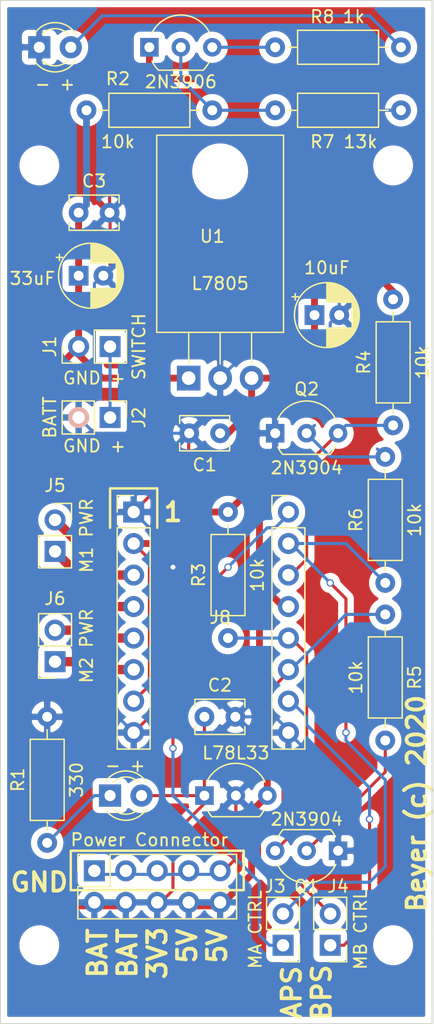
<source format=kicad_pcb>
(kicad_pcb (version 20171130) (host pcbnew "(5.1.4)-1")
  (layers (0 F.Cu signal hide) (31 B.Cu signal) (34 B.Paste user hide) (35 F.Paste user hide) (36 B.SilkS user hide) (37 F.SilkS user) (38 B.Mask user hide) (39 F.Mask user hide) (44 Edge.Cuts user hide))
  (net 0 "")
  (net 1 GND)
  (net 2 +5V)
  (net 3 +3V3)
  (net 4 "Net-(D1-Pad1)")
  (net 5 BPWM)
  (net 6 B2)
  (net 7 APWM)
  (net 8 A2)
  (net 9 B1)
  (net 10 A1)
  (net 11 "Net-(Q1-Pad2)")
  (net 12 "Net-(Q2-Pad2)")
  (net 13 +BATT)
  (net 14 "Net-(J1-Pad2)")
  (net 15 "Net-(J5-Pad2)")
  (net 16 "Net-(J5-Pad1)")
  (net 17 "Net-(J6-Pad2)")
  (net 18 "Net-(J6-Pad1)")
  (module bob:Pololu_TB6612 (layer F.Cu) (at 106.68 60.325)
    (fp_text reference J8 (at 7 8.5) (layer F.SilkS))
    (fp_text value TB6612_Motor_Driver)
    (pad 8 thru_hole oval (at 0 17.78) (size 1.7 1.7) (drill 1) (layers *.Cu *.Mask) (net 1 GND))
    (pad 7 thru_hole oval (at 0 15.24) (size 1.7 1.7) (drill 1) (layers *.Cu *.Mask) (net 2 +5V))
    (pad 6 thru_hole oval (at 0 12.7) (size 1.7 1.7) (drill 1) (layers *.Cu *.Mask) (net 18 "Net-(J6-Pad1)"))
    (pad 5 thru_hole oval (at 0 10.16) (size 1.7 1.7) (drill 1) (layers *.Cu *.Mask) (net 17 "Net-(J6-Pad2)"))
    (pad 4 thru_hole oval (at 0 7.62) (size 1.7 1.7) (drill 1) (layers *.Cu *.Mask) (net 15 "Net-(J5-Pad2)"))
    (pad 3 thru_hole oval (at 0 5.08) (size 1.7 1.7) (drill 1) (layers *.Cu *.Mask) (net 16 "Net-(J5-Pad1)"))
    (pad 2 thru_hole oval (at 0 2.54) (size 1.7 1.7) (drill 1) (layers *.Cu *.Mask) (net 2 +5V))
    (pad 1 thru_hole rect (at 0 0) (size 1.7 1.7) (drill 1) (layers *.Cu *.Mask) (net 1 GND))
    (pad 16 thru_hole circle (at 12.5 0) (size 1.7 1.7) (drill 1) (layers *.Cu *.Mask) (net 7 APWM))
    (pad 15 thru_hole oval (at 12.5 2.54) (size 1.7 1.7) (drill 1) (layers *.Cu *.Mask) (net 8 A2))
    (pad 14 thru_hole oval (at 12.5 5.08) (size 1.7 1.7) (drill 1) (layers *.Cu *.Mask) (net 10 A1))
    (pad 13 thru_hole oval (at 12.5 7.62) (size 1.7 1.7) (drill 1) (layers *.Cu *.Mask) (net 2 +5V))
    (pad 12 thru_hole oval (at 12.5 10.16) (size 1.7 1.7) (drill 1) (layers *.Cu *.Mask) (net 9 B1))
    (pad 11 thru_hole oval (at 12.5 12.7) (size 1.7 1.7) (drill 1) (layers *.Cu *.Mask) (net 6 B2))
    (pad 10 thru_hole oval (at 12.5 15.24) (size 1.7 1.7) (drill 1) (layers *.Cu *.Mask) (net 5 BPWM))
    (pad 9 thru_hole oval (at 12.5 17.78) (size 1.7 1.7) (drill 1) (layers *.Cu *.Mask) (net 1 GND))
  )
  (module Package_TO_SOT_THT:TO-220-3_Horizontal_TabDown (layer F.Cu) (at 111.125 49.53)
    (fp_text reference U1 (at 1.905 -11.43) (layer F.SilkS))
    (fp_text value L7805 (at 2.54 -7.62) (layer F.SilkS))
    (pad 3 thru_hole oval (at 5.08 0) (size 1.905 2) (drill 1.1) (layers *.Cu *.Mask) (net 2 +5V))
    (pad 2 thru_hole oval (at 2.54 0) (size 1.905 2) (drill 1.1) (layers *.Cu *.Mask) (net 1 GND))
    (pad 1 thru_hole rect (at 0 0) (size 1.905 2) (drill 1.1) (layers *.Cu *.Mask) (net 13 +BATT))
    (pad "" np_thru_hole oval (at 2.54 -16.66) (size 3.5 3.5) (drill 3.5) (layers *.Cu *.Mask))
  )
  (module "" (layer F.Cu) (at 102.87 27.94)
    (fp_text reference "" (at 107.95 22.86) (layer F.SilkS) (effects (font (size 1.27 1.27))))
    (fp_text value "" (at 107.95 22.86) (layer F.SilkS) (effects (font (size 1.27 1.27))))
  )
  (module "" (layer F.Cu) (at 96.52 27.94)
    (fp_text reference "" (at 107.95 22.86) (layer F.SilkS) (effects (font (size 1.27 1.27))))
    (fp_text value "" (at 107.95 22.86) (layer F.SilkS) (effects (font (size 1.27 1.27))))
  )
  (module Mounting_Holes:MountingHole_2.2mm_M2 (layer F.Cu) (at 127.635 32.385)
    (fp_text reference "" (at 0 -3.2) (layer F.SilkS))
    (fp_text value "")
    (pad 1 np_thru_hole circle (at 0 0) (size 2.2 2.2) (drill 2.2) (layers *.Cu *.Mask))
  )
  (module Mounting_Holes:MountingHole_2.2mm_M2 (layer F.Cu) (at 99.06 32.385)
    (fp_text reference "" (at 0 -3.2) (layer F.SilkS))
    (fp_text value "")
    (pad 1 np_thru_hole circle (at 0 0) (size 2.2 2.2) (drill 2.2) (layers *.Cu *.Mask))
  )
  (module Mounting_Holes:MountingHole_2.2mm_M2 (layer F.Cu) (at 127.635 95.25)
    (fp_text reference "" (at 0 -3.2) (layer F.SilkS))
    (fp_text value "")
    (pad 1 np_thru_hole circle (at 0 0) (size 2.2 2.2) (drill 2.2) (layers *.Cu *.Mask))
  )
  (module Mounting_Holes:MountingHole_2.2mm_M2 (layer F.Cu) (at 99.06 95.25)
    (fp_text reference "" (at 0 -3.2) (layer F.SilkS))
    (fp_text value "")
    (pad 1 np_thru_hole circle (at 0 0) (size 2.2 2.2) (drill 2.2) (layers *.Cu *.Mask))
  )
  (module Connector_PinHeader_2.54mm:PinHeader_1x02_P2.54mm_Vertical (layer F.Cu) (at 104.775 52.705 270)
    (fp_text reference J2 (at 0 -2.33 90) (layer F.SilkS))
    (fp_text value BATT (at 0 4.87 90) (layer F.SilkS))
    (fp_text user "GND +" (at 2.295 1.27) (layer F.SilkS))
    (pad 2 thru_hole oval (at 0 2.54 270) (size 1.7 1.7) (drill 1) (layers *.Cu *.Mask B.SilkS) (net 1 GND))
    (pad 1 thru_hole rect (at 0 0 270) (size 1.7 1.7) (drill 1) (layers *.Cu *.Mask) (net 14 "Net-(J1-Pad2)"))
  )
  (module Connector_PinHeader_2.54mm:PinHeader_1x02_P2.54mm_Vertical (layer F.Cu) (at 102.235 46.99 90)
    (fp_text reference J1 (at 0 -2.33 90) (layer F.SilkS))
    (fp_text value SWITCH (at 0 4.87 90) (layer F.SilkS))
    (fp_text user "GND +" (at -2.54 1.27) (layer F.SilkS))
    (pad 2 thru_hole rect (at 0 2.54 90) (size 1.7 1.7) (drill 1) (layers *.Cu *.Mask) (net 14 "Net-(J1-Pad2)"))
    (pad 1 thru_hole oval (at 0 0 90) (size 1.7 1.7) (drill 1) (layers *.Cu *.Mask) (net 13 +BATT))
  )
  (module Connector_PinSocket_2.54mm:PinSocket_2x05_P2.54mm_Vertical (layer F.Cu) (at 103.505 89.25 90)
    (fp_text reference J7 hide)
    (fp_text value "Power Connector" (at 2.5 4.445 180) (layer F.SilkS))
    (pad 10 thru_hole oval (at -2.54 10.16 90) (size 1.7 1.7) (drill 1) (layers *.Cu *.Mask) (net 1 GND))
    (pad 9 thru_hole oval (at 0 10.16 90) (size 1.7 1.7) (drill 1) (layers *.Cu *.Mask) (net 2 +5V))
    (pad 8 thru_hole oval (at -2.54 7.62 90) (size 1.7 1.7) (drill 1) (layers *.Cu *.Mask) (net 1 GND))
    (pad 7 thru_hole oval (at 0 7.62 90) (size 1.7 1.7) (drill 1) (layers *.Cu *.Mask) (net 2 +5V))
    (pad 6 thru_hole oval (at -2.54 5.08 90) (size 1.7 1.7) (drill 1) (layers *.Cu *.Mask) (net 1 GND))
    (pad 5 thru_hole oval (at 0 5.08 90) (size 1.7 1.7) (drill 1) (layers *.Cu *.Mask) (net 3 +3V3))
    (pad 4 thru_hole oval (at -2.54 2.54 90) (size 1.7 1.7) (drill 1) (layers *.Cu *.Mask) (net 1 GND))
    (pad 3 thru_hole oval (at 0 2.54 90) (size 1.7 1.7) (drill 1) (layers *.Cu *.Mask) (net 13 +BATT))
    (pad 2 thru_hole oval (at -2.54 0 90) (size 1.7 1.7) (drill 1) (layers *.Cu *.Mask) (net 1 GND))
    (pad 1 thru_hole rect (at 0 0 90) (size 1.7 1.7) (drill 1) (layers *.Cu *.Mask) (net 13 +BATT))
  )
  (module Connector_PinHeader_2.54mm:PinHeader_1x02_P2.54mm_Vertical (layer F.Cu) (at 118.745 95.25 180)
    (fp_text reference J3 (at 0.635 4.75) (layer F.SilkS))
    (fp_text value "MA CTRL" (at 2.245 1.27 270) (layer F.SilkS))
    (pad 2 thru_hole oval (at 0 2.54 180) (size 1.7 1.7) (drill 1) (layers *.Cu *.Mask) (net 8 A2))
    (pad 1 thru_hole rect (at 0 0 180) (size 1.7 1.7) (drill 1) (layers *.Cu *.Mask) (net 7 APWM))
  )
  (module Connector_PinHeader_2.54mm:PinHeader_1x02_P2.54mm_Vertical (layer F.Cu) (at 122.555 95.25 180)
    (fp_text reference J4 (at -0.635 4.75) (layer F.SilkS))
    (fp_text value "MB CTRL" (at -2.445 1.27 270) (layer F.SilkS))
    (pad 2 thru_hole oval (at 0 2.54 180) (size 1.7 1.7) (drill 1) (layers *.Cu *.Mask) (net 6 B2))
    (pad 1 thru_hole rect (at 0 0 180) (size 1.7 1.7) (drill 1) (layers *.Cu *.Mask) (net 5 BPWM))
  )
  (module Connector_PinSocket_2.54mm:PinSocket_1x02_P2.54mm_Vertical (layer F.Cu) (at 100.33 72.39 180)
    (fp_text reference J6 (at 0 5.08) (layer F.SilkS))
    (fp_text value "M2 PWR" (at -2.54 1.27 270) (layer F.SilkS))
    (pad 2 thru_hole oval (at 0 2.54 180) (size 1.7 1.7) (drill 1) (layers *.Cu *.Mask) (net 17 "Net-(J6-Pad2)"))
    (pad 1 thru_hole rect (at 0 0 180) (size 1.7 1.7) (drill 1) (layers *.Cu *.Mask) (net 18 "Net-(J6-Pad1)"))
  )
  (module Connector_PinSocket_2.54mm:PinSocket_1x02_P2.54mm_Vertical (layer F.Cu) (at 100.33 60.96)
    (fp_text reference J5 (at 0 -2.77) (layer F.SilkS))
    (fp_text value "M1 PWR" (at 2.54 1.27 90) (layer F.SilkS))
    (pad 2 thru_hole rect (at 0 2.54) (size 1.7 1.7) (drill 1) (layers *.Cu *.Mask) (net 15 "Net-(J5-Pad2)"))
    (pad 1 thru_hole oval (at 0 0) (size 1.7 1.7) (drill 1) (layers *.Cu *.Mask) (net 16 "Net-(J5-Pad1)"))
  )
  (module LED_THT:LED_D3.0mm (layer F.Cu) (at 104.775 83.185)
    (fp_text reference D1)
    (fp_text value "- +" (at 1.225 -2.435) (layer F.SilkS))
    (pad 2 thru_hole circle (at 2.54 0) (size 1.8 1.8) (drill 0.9) (layers *.Cu *.Mask) (net 3 +3V3))
    (pad 1 thru_hole rect (at 0 0) (size 1.8 1.8) (drill 0.9) (layers *.Cu *.Mask) (net 4 "Net-(D1-Pad1)"))
  )
  (module Capacitor_THT:CP_Radial_D5.0mm_P2.00mm (layer F.Cu) (at 121.285 44.45)
    (fp_text reference C4)
    (fp_text value 10uF (at 1 -3.81) (layer F.SilkS))
    (pad 2 thru_hole circle (at 2 0) (size 1.6 1.6) (drill 0.8) (layers *.Cu *.Mask) (net 1 GND))
    (pad 1 thru_hole rect (at 0 0) (size 1.6 1.6) (drill 0.8) (layers *.Cu *.Mask) (net 2 +5V))
  )
  (module Capacitor_THT:C_Disc_D3.8mm_W2.6mm_P2.50mm (layer F.Cu) (at 102.235 36.195)
    (fp_text reference C3 (at 1.25 -2.55) (layer F.SilkS))
    (fp_text value 0.1uF)
    (pad 2 thru_hole circle (at 2.5 0) (size 1.6 1.6) (drill 0.8) (layers *.Cu *.Mask) (net 1 GND))
    (pad 1 thru_hole circle (at 0 0) (size 1.6 1.6) (drill 0.8) (layers *.Cu *.Mask) (net 13 +BATT))
  )
  (module Capacitor_THT:C_Disc_D3.8mm_W2.6mm_P2.50mm (layer F.Cu) (at 112.395 76.835)
    (fp_text reference C2 (at 1.25 -2.55) (layer F.SilkS))
    (fp_text value 0.1uF)
    (pad 2 thru_hole circle (at 2.5 0) (size 1.6 1.6) (drill 0.8) (layers *.Cu *.Mask) (net 1 GND))
    (pad 1 thru_hole circle (at 0 0) (size 1.6 1.6) (drill 0.8) (layers *.Cu *.Mask) (net 3 +3V3))
  )
  (module Capacitor_THT:C_Disc_D3.8mm_W2.6mm_P2.50mm (layer F.Cu) (at 113.665 53.975 180)
    (fp_text reference C1 (at 1.25 -2.55) (layer F.SilkS))
    (fp_text value 0.1uF)
    (pad 2 thru_hole circle (at 2.5 0 180) (size 1.6 1.6) (drill 0.8) (layers *.Cu *.Mask) (net 1 GND))
    (pad 1 thru_hole circle (at 0 0 180) (size 1.6 1.6) (drill 0.8) (layers *.Cu *.Mask) (net 2 +5V))
  )
  (module Capacitor_THT:CP_Radial_D5.0mm_P2.00mm (layer F.Cu) (at 102.235 41.275)
    (fp_text reference C5)
    (fp_text value 33uF (at -3.735 0.225) (layer F.SilkS))
    (pad 2 thru_hole circle (at 2 0) (size 1.6 1.6) (drill 0.8) (layers *.Cu *.Mask) (net 1 GND))
    (pad 1 thru_hole rect (at 0 0) (size 1.6 1.6) (drill 0.8) (layers *.Cu *.Mask) (net 13 +BATT))
  )
  (module Resistor_THT:R_Axial_DIN0207_L6.3mm_D2.5mm_P10.16mm_Horizontal (layer F.Cu) (at 127 66.04 90)
    (fp_text reference R6 (at 5.08 -2.37 90) (layer F.SilkS))
    (fp_text value 10k (at 5.08 2.37 90) (layer F.SilkS))
    (pad 2 thru_hole oval (at 10.16 0 90) (size 1.6 1.6) (drill 0.8) (layers *.Cu *.Mask) (net 12 "Net-(Q2-Pad2)"))
    (pad 1 thru_hole circle (at 0 0 90) (size 1.6 1.6) (drill 0.8) (layers *.Cu *.Mask) (net 8 A2))
  )
  (module Resistor_THT:R_Axial_DIN0207_L6.3mm_D2.5mm_P10.16mm_Horizontal (layer F.Cu) (at 127 68.58 270)
    (fp_text reference R5 (at 5.08 -2.37 90) (layer F.SilkS))
    (fp_text value 10k (at 5.08 2.37 90) (layer F.SilkS))
    (pad 2 thru_hole oval (at 10.16 0 270) (size 1.6 1.6) (drill 0.8) (layers *.Cu *.Mask) (net 11 "Net-(Q1-Pad2)"))
    (pad 1 thru_hole circle (at 0 0 270) (size 1.6 1.6) (drill 0.8) (layers *.Cu *.Mask) (net 6 B2))
  )
  (module Resistor_THT:R_Axial_DIN0207_L6.3mm_D2.5mm_P10.16mm_Horizontal (layer F.Cu) (at 127.635 53.34 90)
    (fp_text reference R4 (at 5.08 -2.37 90) (layer F.SilkS))
    (fp_text value 10k (at 5.08 2.37 90) (layer F.SilkS))
    (pad 2 thru_hole oval (at 10.16 0 90) (size 1.6 1.6) (drill 0.8) (layers *.Cu *.Mask) (net 2 +5V))
    (pad 1 thru_hole circle (at 0 0 90) (size 1.6 1.6) (drill 0.8) (layers *.Cu *.Mask) (net 10 A1))
  )
  (module Resistor_THT:R_Axial_DIN0207_L6.3mm_D2.5mm_P10.16mm_Horizontal (layer F.Cu) (at 114.3 70.485 90)
    (fp_text reference R3 (at 5.08 -2.37 90) (layer F.SilkS))
    (fp_text value 10k (at 5.08 2.37 90) (layer F.SilkS))
    (pad 2 thru_hole oval (at 10.16 0 90) (size 1.6 1.6) (drill 0.8) (layers *.Cu *.Mask) (net 2 +5V))
    (pad 1 thru_hole circle (at 0 0 90) (size 1.6 1.6) (drill 0.8) (layers *.Cu *.Mask) (net 9 B1))
  )
  (module Resistor_THT:R_Axial_DIN0207_L6.3mm_D2.5mm_P10.16mm_Horizontal (layer F.Cu) (at 102.87 27.94)
    (fp_text reference R2 (at 2.54 -2.54) (layer F.SilkS))
    (fp_text value 10k (at 2.54 2.54) (layer F.SilkS))
    (pad 2 thru_hole oval (at 10.16 0) (size 1.6 1.6) (drill 0.8) (layers *.Cu *.Mask))
    (pad 1 thru_hole circle (at 0 0) (size 1.6 1.6) (drill 0.8) (layers *.Cu *.Mask))
  )
  (module Resistor_THT:R_Axial_DIN0207_L6.3mm_D2.5mm_P10.16mm_Horizontal (layer F.Cu) (at 99.695 86.995 90)
    (fp_text reference R1 (at 5.08 -2.37 90) (layer F.SilkS))
    (fp_text value 330 (at 5.08 2.37 90) (layer F.SilkS))
    (pad 2 thru_hole oval (at 10.16 0 90) (size 1.6 1.6) (drill 0.8) (layers *.Cu *.Mask) (net 1 GND))
    (pad 1 thru_hole circle (at 0 0 90) (size 1.6 1.6) (drill 0.8) (layers *.Cu *.Mask) (net 4 "Net-(D1-Pad1)"))
  )
  (module Package_TO_SOT_THT:TO-92_Inline_Wide (layer F.Cu) (at 107.95 22.86)
    (fp_text reference Q3)
    (fp_text value 2N3906 (at 2.54 2.79) (layer F.SilkS))
    (pad 1 thru_hole rect (at 0 0 90) (size 1.5 1.5) (drill 0.8) (layers *.Cu *.Mask) (net 2 +5V))
    (pad 3 thru_hole circle (at 5.08 0 90) (size 1.5 1.5) (drill 0.8) (layers *.Cu *.Mask))
    (pad 2 thru_hole circle (at 2.54 0 90) (size 1.5 1.5) (drill 0.8) (layers *.Cu *.Mask))
  )
  (module Resistor_THT:R_Axial_DIN0207_L6.3mm_D2.5mm_P10.16mm_Horizontal (layer F.Cu) (at 118.11 22.86)
    (fp_text reference R8 (at 3.81 -2.46) (layer F.SilkS))
    (fp_text value 1k (at 6.35 -2.46) (layer F.SilkS))
    (pad 2 thru_hole oval (at 10.16 0) (size 1.6 1.6) (drill 0.8) (layers *.Cu *.Mask))
    (pad 1 thru_hole circle (at 0 0) (size 1.6 1.6) (drill 0.8) (layers *.Cu *.Mask))
  )
  (module Resistor_THT:R_Axial_DIN0207_L6.3mm_D2.5mm_P10.16mm_Horizontal (layer F.Cu) (at 118.11 27.94)
    (fp_text reference R7 (at 3.81 2.54) (layer F.SilkS))
    (fp_text value 13k (at 6.89 2.54) (layer F.SilkS))
    (pad 1 thru_hole circle (at 0 0) (size 1.6 1.6) (drill 0.8) (layers *.Cu *.Mask))
    (pad 2 thru_hole oval (at 10.16 0) (size 1.6 1.6) (drill 0.8) (layers *.Cu *.Mask))
  )
  (module LED_THT:LED_D3.0mm (layer F.Cu) (at 99.06 22.86)
    (fp_text reference D2)
    (fp_text value "- +" (at 1.27 2.96) (layer F.SilkS))
    (pad 2 thru_hole circle (at 2.54 0) (size 1.8 1.8) (drill 0.9) (layers *.Cu *.Mask))
    (pad 1 thru_hole rect (at 0 0) (size 1.8 1.8) (drill 0.9) (layers *.Cu *.Mask) (net 1 GND))
  )
  (module Package_TO_SOT_THT:TO-92L_Inline_Wide (layer F.Cu) (at 112.395 83.185)
    (fp_text reference U2)
    (fp_text value L78L33 (at 2.54 -3.435) (layer F.SilkS))
    (pad 1 thru_hole rect (at 0 0 90) (size 1.5 1.5) (drill 0.8) (layers *.Cu *.Mask) (net 3 +3V3))
    (pad 3 thru_hole circle (at 5.08 0 90) (size 1.5 1.5) (drill 0.8) (layers *.Cu *.Mask) (net 2 +5V))
    (pad 2 thru_hole circle (at 2.54 0 90) (size 1.5 1.5) (drill 0.8) (layers *.Cu *.Mask) (net 1 GND))
  )
  (module Package_TO_SOT_THT:TO-92L_Inline_Wide (layer F.Cu) (at 118.11 53.975)
    (fp_text reference Q2 (at 2.54 -3.56) (layer F.SilkS))
    (fp_text value 2N3904 (at 2.54 2.79) (layer F.SilkS))
    (pad 1 thru_hole rect (at 0 0 90) (size 1.5 1.5) (drill 0.8) (layers *.Cu *.Mask) (net 1 GND))
    (pad 3 thru_hole circle (at 5.08 0 90) (size 1.5 1.5) (drill 0.8) (layers *.Cu *.Mask) (net 10 A1))
    (pad 2 thru_hole circle (at 2.54 0 90) (size 1.5 1.5) (drill 0.8) (layers *.Cu *.Mask) (net 12 "Net-(Q2-Pad2)"))
  )
  (module Package_TO_SOT_THT:TO-92L_Inline_Wide (layer F.Cu) (at 123.19 87.63 180)
    (fp_text reference Q1 (at 2.54 -2.87) (layer F.SilkS))
    (fp_text value 2N3904 (at 2.54 2.54) (layer F.SilkS))
    (pad 1 thru_hole rect (at 0 0 270) (size 1.5 1.5) (drill 0.8) (layers *.Cu *.Mask) (net 1 GND))
    (pad 3 thru_hole circle (at 5.08 0 270) (size 1.5 1.5) (drill 0.8) (layers *.Cu *.Mask) (net 9 B1))
    (pad 2 thru_hole circle (at 2.54 0 270) (size 1.5 1.5) (drill 0.8) (layers *.Cu *.Mask) (net 11 "Net-(Q1-Pad2)"))
  )
  (gr_line (start 115.57 87.63) (end 101.6 87.63) (angle 90) (layer F.SilkS) (width 0.2))
  (gr_line (start 101.6 87.63) (end 101.6 90.805) (angle 90) (layer F.SilkS) (width 0.2))
  (gr_line (start 115.57 90.805) (end 115.57 87.63) (angle 90) (layer F.SilkS) (width 0.2))
  (gr_line (start 101.6 90.805) (end 115.57 90.805) (angle 90) (layer F.SilkS) (width 0.2))
  (gr_text "Beyer (c) 2020" (at 129.54 83.82 90) (layer F.SilkS) (effects (font (size 1.5 1.5) (thickness 0.3))))
  (gr_text GND (at 99.06 90.17) (layer F.SilkS) (effects (font (size 1.5 1.5) (thickness 0.3))))
  (gr_text 1 (at 109.855 60.325) (layer F.SilkS) (effects (font (size 1.5 1.5) (thickness 0.3))))
  (gr_line (start 104.775 58.42) (end 104.775 61.595) (angle 90) (layer F.SilkS) (width 0.2))
  (gr_line (start 108.585 58.42) (end 108.585 61.595) (angle 90) (layer F.SilkS) (width 0.2))
  (gr_line (start 104.775 58.42) (end 108.585 58.42) (angle 90) (layer F.SilkS) (width 0.2))
  (gr_text "APS\nBPS" (at 120.65 99.06 90) (layer F.SilkS) (effects (font (size 1.5 1.5) (thickness 0.3))))
  (gr_text "BAT\nBAT\n3V3\n 5V\n 5V" (at 108.585 95.885 90) (layer F.SilkS) (effects (font (size 1.5 1.5) (thickness 0.3))))
  (gr_line (start 95.885 93.98) (end 95.885 101.6) (angle 90) (layer Edge.Cuts) (width 0.15))
  (gr_line (start 130.81 93.98) (end 130.81 101.6) (angle 90) (layer Edge.Cuts) (width 0.15))
  (gr_line (start 95.885 19.05) (end 130.81 19.05) (angle 90) (layer Edge.Cuts) (width 0.15))
  (gr_line (start 130.81 93.98) (end 130.81 77.47) (angle 90) (layer Edge.Cuts) (width 0.15))
  (gr_line (start 95.885 101.6) (end 130.81 101.6) (angle 90) (layer Edge.Cuts) (width 0.15))
  (gr_line (start 95.885 77.47) (end 95.885 93.98) (angle 90) (layer Edge.Cuts) (width 0.15))
  (gr_line (start 95.885 19.05) (end 95.885 77.47) (angle 90) (layer Edge.Cuts) (width 0.15))
  (gr_line (start 130.81 19.05) (end 130.81 77.47) (angle 90) (layer Edge.Cuts) (width 0.15))
  (segment (start 102.499999 21.960001) (end 101.6 22.86) (width 0.25) (layer B.Cu) (net 0))
  (segment (start 104.14 20.32) (end 102.499999 21.960001) (width 0.25) (layer B.Cu) (net 0))
  (segment (start 125.73 20.32) (end 104.14 20.32) (width 0.25) (layer B.Cu) (net 0))
  (segment (start 128.27 22.86) (end 125.73 20.32) (width 0.25) (layer B.Cu) (net 0))
  (segment (start 113.03 22.86) (end 118.11 22.86) (width 0.25) (layer B.Cu) (net 0))
  (segment (start 113.03 27.94) (end 118.11 27.94) (width 0.25) (layer B.Cu) (net 0))
  (segment (start 110.49 25.4) (end 113.03 27.94) (width 0.25) (layer B.Cu) (net 0))
  (segment (start 110.49 22.86) (end 110.49 25.4) (width 0.25) (layer B.Cu) (net 0))
  (segment (start 113.665 49.53) (end 117.475 45.72) (width 0.25) (layer B.Cu) (net 1))
  (segment (start 117.475 45.72) (end 122.555 45.72) (width 0.25) (layer B.Cu) (net 1))
  (segment (start 122.555 45.72) (end 122.555 45.085) (width 0.25) (layer B.Cu) (net 1))
  (segment (start 122.555 45.085) (end 123.19 44.45) (width 0.25) (layer B.Cu) (net 1))
  (segment (start 123.19 44.45) (end 123.285 44.45) (width 0.25) (layer B.Cu) (net 1))
  (segment (start 106.68 60.325) (end 111.125 55.88) (width 0.25) (layer F.Cu) (net 1))
  (segment (start 111.125 55.88) (end 111.125 53.975) (width 0.25) (layer F.Cu) (net 1))
  (segment (start 111.125 53.975) (end 111.165 53.975) (width 0.25) (layer F.Cu) (net 1))
  (segment (start 119.18 78.105) (end 119.38 78.105) (width 0.25) (layer B.Cu) (net 1))
  (segment (start 102.235 52.705) (end 102.235 49.53) (width 0.25) (layer B.Cu) (net 1))
  (segment (start 102.235 49.53) (end 103.505 48.26) (width 0.25) (layer B.Cu) (net 1))
  (segment (start 103.505 48.26) (end 103.505 41.91) (width 0.25) (layer B.Cu) (net 1))
  (segment (start 103.505 41.91) (end 104.14 41.275) (width 0.25) (layer B.Cu) (net 1))
  (segment (start 104.14 41.275) (end 104.235 41.275) (width 0.25) (layer B.Cu) (net 1))
  (segment (start 106.68 78.105) (end 109.855 74.93) (width 0.25) (layer F.Cu) (net 1))
  (segment (start 109.855 74.93) (end 109.855 64.77) (width 0.25) (layer F.Cu) (net 1))
  (via (at 109.855 64.77) (size 0.6) (layers F.Cu B.Cu) (net 1))
  (segment (start 109.855 64.77) (end 109.855 63.5) (width 0.25) (layer B.Cu) (net 1))
  (segment (start 109.855 63.5) (end 106.68 60.325) (width 0.25) (layer B.Cu) (net 1))
  (segment (start 111.165 53.975) (end 111.125 53.975) (width 0.25) (layer F.Cu) (net 1))
  (segment (start 111.125 53.975) (end 113.665 51.435) (width 0.25) (layer F.Cu) (net 1))
  (segment (start 113.665 51.435) (end 113.665 49.53) (width 0.25) (layer F.Cu) (net 1))
  (segment (start 111.165 53.975) (end 103.505 53.975) (width 0.25) (layer B.Cu) (net 1))
  (segment (start 103.505 53.975) (end 102.235 52.705) (width 0.25) (layer B.Cu) (net 1))
  (segment (start 114.895 76.835) (end 114.935 76.835) (width 0.25) (layer B.Cu) (net 1))
  (segment (start 114.935 76.835) (end 113.665 78.105) (width 0.25) (layer B.Cu) (net 1))
  (segment (start 113.665 78.105) (end 106.68 78.105) (width 0.25) (layer B.Cu) (net 1))
  (segment (start 106.68 78.105) (end 105.41 76.835) (width 0.25) (layer B.Cu) (net 1))
  (segment (start 105.41 76.835) (end 99.695 76.835) (width 0.25) (layer B.Cu) (net 1))
  (segment (start 114.895 76.835) (end 114.935 76.835) (width 0.25) (layer F.Cu) (net 1))
  (segment (start 114.935 76.835) (end 113.665 78.105) (width 0.25) (layer F.Cu) (net 1))
  (segment (start 119.18 78.105) (end 119.38 78.105) (width 0.25) (layer B.Cu) (net 1))
  (segment (start 119.38 78.105) (end 118.11 76.835) (width 0.25) (layer B.Cu) (net 1))
  (segment (start 118.11 76.835) (end 114.895 76.835) (width 0.25) (layer B.Cu) (net 1))
  (segment (start 111.165 53.975) (end 111.125 53.975) (width 0.25) (layer B.Cu) (net 1))
  (segment (start 111.125 53.975) (end 112.395 52.705) (width 0.25) (layer B.Cu) (net 1))
  (segment (start 112.395 52.705) (end 114.935 52.705) (width 0.25) (layer B.Cu) (net 1))
  (segment (start 114.935 52.705) (end 116.205 53.975) (width 0.25) (layer B.Cu) (net 1))
  (segment (start 116.205 53.975) (end 118.11 53.975) (width 0.25) (layer B.Cu) (net 1))
  (segment (start 104.235 41.275) (end 104.14 41.275) (width 0.25) (layer F.Cu) (net 1))
  (segment (start 104.14 41.275) (end 104.775 40.64) (width 0.25) (layer F.Cu) (net 1))
  (segment (start 104.775 40.64) (end 104.775 36.195) (width 0.25) (layer F.Cu) (net 1))
  (segment (start 104.775 36.195) (end 104.735 36.195) (width 0.25) (layer F.Cu) (net 1))
  (segment (start 111.125 89.535) (end 108.585 89.535) (width 0.25) (layer B.Cu) (net 1))
  (segment (start 108.585 89.535) (end 106.045 89.535) (width 0.25) (layer B.Cu) (net 1))
  (segment (start 106.045 89.535) (end 103.505 89.535) (width 0.25) (layer B.Cu) (net 1))
  (segment (start 113.665 89.535) (end 111.125 89.535) (width 0.25) (layer B.Cu) (net 1))
  (segment (start 119.38 78.105) (end 119.38 78.74) (width 0.25) (layer B.Cu) (net 1))
  (segment (start 123.19 82.115) (end 123.19 87.63) (width 0.25) (layer B.Cu) (net 1))
  (segment (start 119.18 78.105) (end 123.19 82.115) (width 0.25) (layer B.Cu) (net 1))
  (segment (start 113.665 81.915) (end 114.935 83.185) (width 0.25) (layer F.Cu) (net 1))
  (segment (start 113.665 78.105) (end 113.665 81.915) (width 0.25) (layer F.Cu) (net 1))
  (segment (start 114.935 88.265) (end 113.665 89.535) (width 0.25) (layer F.Cu) (net 1))
  (segment (start 114.935 83.185) (end 114.935 88.265) (width 0.25) (layer F.Cu) (net 1))
  (segment (start 123.285 44.45) (end 123.285 32.925) (width 0.25) (layer B.Cu) (net 1))
  (segment (start 99.06 22.86) (end 99.06 27.94) (width 0.25) (layer F.Cu) (net 1))
  (segment (start 104.735 33.615) (end 104.735 36.195) (width 0.25) (layer F.Cu) (net 1))
  (segment (start 99.06 27.94) (end 104.735 33.615) (width 0.25) (layer F.Cu) (net 1))
  (segment (start 128.27 27.94) (end 125.73 27.94) (width 0.25) (layer B.Cu) (net 1))
  (segment (start 123.285 30.385) (end 123.285 32.925) (width 0.25) (layer B.Cu) (net 1))
  (segment (start 125.73 27.94) (end 123.285 30.385) (width 0.25) (layer B.Cu) (net 1))
  (segment (start 106.68 75.565) (end 107.95 74.295) (width 0.25) (layer F.Cu) (net 2))
  (segment (start 107.95 74.295) (end 107.95 64.135) (width 0.25) (layer F.Cu) (net 2))
  (segment (start 107.95 64.135) (end 106.68 62.865) (width 0.25) (layer F.Cu) (net 2))
  (segment (start 116.84 81.28) (end 116.84 66.04) (width 0.55) (layer F.Cu) (net 2))
  (segment (start 106.68 62.865) (end 109.855 62.865) (width 0.55) (layer F.Cu) (net 2))
  (segment (start 112.395 60.325) (end 114.3 60.325) (width 0.55) (layer F.Cu) (net 2))
  (segment (start 109.855 62.865) (end 112.395 60.325) (width 0.55) (layer F.Cu) (net 2))
  (segment (start 119.18 67.945) (end 118.745 67.945) (width 0.55) (layer F.Cu) (net 2))
  (segment (start 118.745 67.945) (end 116.84 66.04) (width 0.55) (layer F.Cu) (net 2))
  (segment (start 116.84 66.04) (end 116.84 60.325) (width 0.55) (layer F.Cu) (net 2))
  (segment (start 116.84 60.325) (end 115.57 59.055) (width 0.55) (layer F.Cu) (net 2))
  (segment (start 113.665 53.975) (end 114.3 53.975) (width 0.55) (layer F.Cu) (net 2))
  (segment (start 114.3 53.975) (end 115.57 52.705) (width 0.55) (layer F.Cu) (net 2))
  (segment (start 116.205 49.53) (end 116.205 51.435) (width 0.55) (layer F.Cu) (net 2))
  (segment (start 115.57 59.055) (end 114.3 60.325) (width 0.55) (layer F.Cu) (net 2))
  (segment (start 115.57 52.07) (end 115.57 52.705) (width 0.55) (layer F.Cu) (net 2))
  (segment (start 115.57 52.705) (end 115.57 59.055) (width 0.55) (layer F.Cu) (net 2))
  (segment (start 116.205 51.435) (end 115.57 52.07) (width 0.55) (layer F.Cu) (net 2))
  (segment (start 127.635 43.18) (end 127.635 42.545) (width 0.55) (layer F.Cu) (net 2))
  (segment (start 127.635 42.545) (end 125.73 40.64) (width 0.55) (layer F.Cu) (net 2))
  (segment (start 125.73 40.64) (end 122.555 40.64) (width 0.55) (layer F.Cu) (net 2))
  (segment (start 122.555 40.64) (end 121.285 41.91) (width 0.55) (layer F.Cu) (net 2))
  (segment (start 116.205 49.53) (end 118.11 49.53) (width 0.55) (layer F.Cu) (net 2))
  (segment (start 121.285 46.355) (end 121.285 44.45) (width 0.55) (layer F.Cu) (net 2))
  (segment (start 118.11 49.53) (end 121.285 46.355) (width 0.55) (layer F.Cu) (net 2))
  (segment (start 113.665 92.075) (end 111.125 92.075) (width 0.55) (layer F.Cu) (net 2))
  (segment (start 117.475 81.915) (end 117.475 83.185) (width 0.55) (layer F.Cu) (net 2))
  (segment (start 116.84 81.28) (end 117.475 81.915) (width 0.55) (layer F.Cu) (net 2))
  (segment (start 116.205 89.535) (end 113.665 92.075) (width 0.55) (layer F.Cu) (net 2))
  (segment (start 117.475 83.185) (end 116.205 84.455) (width 0.55) (layer F.Cu) (net 2))
  (segment (start 116.205 84.455) (end 116.205 89.535) (width 0.55) (layer F.Cu) (net 2))
  (segment (start 120.65 27.94) (end 120.65 41.91) (width 0.55) (layer F.Cu) (net 2))
  (segment (start 121.285 42.545) (end 121.285 44.45) (width 0.55) (layer F.Cu) (net 2))
  (segment (start 118.11 25.4) (end 120.65 27.94) (width 0.55) (layer F.Cu) (net 2))
  (segment (start 121.285 41.91) (end 121.285 42.545) (width 0.55) (layer F.Cu) (net 2))
  (segment (start 120.65 41.91) (end 121.285 42.545) (width 0.55) (layer F.Cu) (net 2))
  (segment (start 107.95 24.16) (end 107.95 22.86) (width 0.55) (layer F.Cu) (net 2))
  (segment (start 109.19 25.4) (end 107.95 24.16) (width 0.55) (layer F.Cu) (net 2))
  (segment (start 118.11 25.4) (end 109.19 25.4) (width 0.55) (layer F.Cu) (net 2))
  (segment (start 112.395 83.185) (end 112.395 83.82) (width 0.25) (layer F.Cu) (net 3))
  (segment (start 112.395 83.82) (end 109.855 86.36) (width 0.25) (layer F.Cu) (net 3))
  (segment (start 109.855 90.805) (end 108.585 92.075) (width 0.25) (layer F.Cu) (net 3))
  (segment (start 109.855 86.36) (end 109.855 90.805) (width 0.25) (layer F.Cu) (net 3))
  (segment (start 112.395 76.835) (end 112.395 83.185) (width 0.25) (layer F.Cu) (net 3))
  (segment (start 112.395 83.185) (end 107.315 83.185) (width 0.25) (layer F.Cu) (net 3))
  (segment (start 99.695 86.995) (end 103.505 83.185) (width 0.25) (layer B.Cu) (net 4))
  (segment (start 103.505 83.185) (end 104.775 83.185) (width 0.25) (layer B.Cu) (net 4))
  (segment (start 119.18 75.565) (end 119.38 75.565) (width 0.25) (layer B.Cu) (net 5))
  (segment (start 119.38 75.565) (end 120.65 76.835) (width 0.25) (layer B.Cu) (net 5))
  (segment (start 120.65 76.835) (end 120.65 77.47) (width 0.25) (layer B.Cu) (net 5))
  (segment (start 120.65 77.47) (end 125.73 82.55) (width 0.25) (layer B.Cu) (net 5))
  (via (at 125.73 85.09) (size 0.6) (layers F.Cu B.Cu) (net 5))
  (segment (start 123.655 95.25) (end 122.555 95.25) (width 0.25) (layer F.Cu) (net 5))
  (segment (start 125.73 93.175) (end 123.655 95.25) (width 0.25) (layer F.Cu) (net 5))
  (segment (start 125.73 85.09) (end 125.73 93.175) (width 0.25) (layer F.Cu) (net 5))
  (segment (start 125.73 82.55) (end 125.73 85.09) (width 0.25) (layer B.Cu) (net 5))
  (segment (start 119.18 73.025) (end 119.38 73.025) (width 0.25) (layer F.Cu) (net 6))
  (segment (start 119.38 73.025) (end 118.11 74.295) (width 0.25) (layer F.Cu) (net 6))
  (segment (start 118.11 74.295) (end 117.475 74.295) (width 0.25) (layer F.Cu) (net 6))
  (segment (start 117.475 74.295) (end 117.475 79.375) (width 0.25) (layer F.Cu) (net 6))
  (segment (start 117.475 79.375) (end 118.745 80.645) (width 0.25) (layer F.Cu) (net 6))
  (segment (start 118.745 80.645) (end 118.745 84.455) (width 0.25) (layer F.Cu) (net 6))
  (segment (start 119.18 73.025) (end 119.38 73.025) (width 0.25) (layer B.Cu) (net 6))
  (segment (start 119.38 73.025) (end 123.825 68.58) (width 0.25) (layer B.Cu) (net 6))
  (segment (start 123.825 68.58) (end 127 68.58) (width 0.25) (layer B.Cu) (net 6))
  (segment (start 118.745 84.455) (end 116.84 86.36) (width 0.25) (layer F.Cu) (net 6))
  (segment (start 116.84 86.36) (end 116.84 88.9) (width 0.25) (layer F.Cu) (net 6))
  (segment (start 116.84 88.9) (end 118.11 90.17) (width 0.25) (layer F.Cu) (net 6))
  (segment (start 120.015 90.17) (end 122.555 92.71) (width 0.25) (layer F.Cu) (net 6))
  (segment (start 118.11 90.17) (end 120.015 90.17) (width 0.25) (layer F.Cu) (net 6))
  (segment (start 119.18 60.325) (end 119.38 60.325) (width 0.25) (layer B.Cu) (net 7))
  (segment (start 119.38 60.325) (end 118.11 61.595) (width 0.25) (layer B.Cu) (net 7))
  (segment (start 118.11 61.595) (end 117.475 61.595) (width 0.25) (layer B.Cu) (net 7))
  (segment (start 117.475 61.595) (end 114.3 64.77) (width 0.25) (layer B.Cu) (net 7))
  (via (at 114.3 64.77) (size 0.6) (layers F.Cu B.Cu) (net 7))
  (segment (start 114.3 64.77) (end 111.125 67.945) (width 0.25) (layer F.Cu) (net 7))
  (segment (start 111.125 67.945) (end 111.125 75.565) (width 0.25) (layer F.Cu) (net 7))
  (segment (start 111.125 75.565) (end 109.855 76.835) (width 0.25) (layer F.Cu) (net 7))
  (segment (start 109.855 76.835) (end 109.855 79.375) (width 0.25) (layer F.Cu) (net 7))
  (via (at 109.855 79.375) (size 0.6) (layers F.Cu B.Cu) (net 7))
  (segment (start 116.84 94.445) (end 117.645 95.25) (width 0.25) (layer B.Cu) (net 7))
  (segment (start 117.645 95.25) (end 118.745 95.25) (width 0.25) (layer B.Cu) (net 7))
  (segment (start 116.84 90.17) (end 116.84 94.445) (width 0.25) (layer B.Cu) (net 7))
  (segment (start 109.855 83.185) (end 116.84 90.17) (width 0.25) (layer B.Cu) (net 7))
  (segment (start 109.855 79.375) (end 109.855 83.185) (width 0.25) (layer B.Cu) (net 7))
  (segment (start 119.18 62.865) (end 119.38 62.865) (width 0.25) (layer B.Cu) (net 8))
  (segment (start 119.38 62.865) (end 122.555 66.04) (width 0.25) (layer B.Cu) (net 8))
  (via (at 122.555 66.04) (size 0.6) (layers F.Cu B.Cu) (net 8))
  (segment (start 122.555 66.04) (end 123.825 67.31) (width 0.25) (layer F.Cu) (net 8))
  (segment (start 123.825 67.31) (end 123.825 78.105) (width 0.25) (layer F.Cu) (net 8))
  (via (at 123.825 78.105) (size 0.6) (layers F.Cu B.Cu) (net 8))
  (segment (start 127 66.04) (end 123.825 62.865) (width 0.25) (layer B.Cu) (net 8))
  (segment (start 123.825 62.865) (end 119.18 62.865) (width 0.25) (layer B.Cu) (net 8))
  (segment (start 123.825 78.74) (end 123.825 78.105) (width 0.25) (layer B.Cu) (net 8))
  (segment (start 120.015 91.44) (end 121.285 90.17) (width 0.25) (layer B.Cu) (net 8))
  (segment (start 121.285 90.17) (end 125.73 90.17) (width 0.25) (layer B.Cu) (net 8))
  (segment (start 125.73 90.17) (end 127 88.9) (width 0.25) (layer B.Cu) (net 8))
  (segment (start 127 88.9) (end 127 81.915) (width 0.25) (layer B.Cu) (net 8))
  (segment (start 127 81.915) (end 123.825 78.74) (width 0.25) (layer B.Cu) (net 8))
  (segment (start 120.015 91.44) (end 118.745 92.71) (width 0.25) (layer B.Cu) (net 8))
  (segment (start 119.18 70.485) (end 114.3 70.485) (width 0.25) (layer B.Cu) (net 9))
  (segment (start 120.65 85.09) (end 118.11 87.63) (width 0.25) (layer F.Cu) (net 9))
  (segment (start 120.65 71.755) (end 120.65 85.09) (width 0.25) (layer F.Cu) (net 9))
  (segment (start 119.18 70.485) (end 119.38 70.485) (width 0.25) (layer F.Cu) (net 9))
  (segment (start 119.38 70.485) (end 120.65 71.755) (width 0.25) (layer F.Cu) (net 9))
  (segment (start 120.65 64.135) (end 119.38 65.405) (width 0.25) (layer F.Cu) (net 10))
  (segment (start 119.38 65.405) (end 119.18 65.405) (width 0.25) (layer F.Cu) (net 10))
  (segment (start 123.825 53.34) (end 123.19 53.975) (width 0.25) (layer B.Cu) (net 10))
  (segment (start 127.635 53.34) (end 123.825 53.34) (width 0.25) (layer B.Cu) (net 10))
  (segment (start 120.65 56.515) (end 123.19 53.975) (width 0.25) (layer F.Cu) (net 10))
  (segment (start 120.65 64.135) (end 120.65 56.515) (width 0.25) (layer F.Cu) (net 10))
  (segment (start 127 81.28) (end 120.65 87.63) (width 0.25) (layer F.Cu) (net 11))
  (segment (start 127 78.74) (end 127 81.28) (width 0.25) (layer F.Cu) (net 11))
  (segment (start 120.65 53.975) (end 121.285 53.34) (width 0.25) (layer B.Cu) (net 12))
  (segment (start 127 55.88) (end 126.365 55.245) (width 0.25) (layer B.Cu) (net 12))
  (segment (start 122.555 55.88) (end 120.65 53.975) (width 0.25) (layer B.Cu) (net 12))
  (segment (start 127 55.88) (end 122.555 55.88) (width 0.25) (layer B.Cu) (net 12))
  (segment (start 102.235 46.99) (end 102.235 47.625) (width 0.55) (layer F.Cu) (net 13))
  (segment (start 102.235 47.625) (end 104.14 49.53) (width 0.55) (layer F.Cu) (net 13))
  (segment (start 104.14 49.53) (end 111.125 49.53) (width 0.55) (layer F.Cu) (net 13))
  (segment (start 102.235 41.275) (end 102.235 36.195) (width 0.55) (layer F.Cu) (net 13))
  (segment (start 106.045 92.075) (end 103.505 92.075) (width 0.55) (layer F.Cu) (net 13))
  (segment (start 103.505 92.075) (end 101.6 92.075) (width 0.55) (layer F.Cu) (net 13))
  (segment (start 101.6 92.075) (end 100.965 91.44) (width 0.55) (layer F.Cu) (net 13))
  (segment (start 100.965 91.44) (end 99.695 91.44) (width 0.55) (layer F.Cu) (net 13))
  (segment (start 99.695 91.44) (end 97.79 89.535) (width 0.55) (layer F.Cu) (net 13))
  (segment (start 97.79 89.535) (end 97.79 51.435) (width 0.55) (layer F.Cu) (net 13))
  (segment (start 97.79 51.435) (end 102.235 46.99) (width 0.55) (layer F.Cu) (net 13))
  (segment (start 102.235 46.99) (end 102.235 41.275) (width 0.55) (layer F.Cu) (net 13))
  (segment (start 102.87 35.56) (end 102.235 36.195) (width 0.55) (layer B.Cu) (net 13))
  (segment (start 102.87 27.94) (end 102.87 35.56) (width 0.55) (layer B.Cu) (net 13))
  (segment (start 106.68 65.405) (end 104.775 65.405) (width 0.75) (layer F.Cu) (net 16))
  (segment (start 104.775 65.405) (end 100.33 60.96) (width 0.75) (layer F.Cu) (net 16))
  (segment (start 106.68 67.945) (end 104.775 67.945) (width 0.75) (layer F.Cu) (net 15))
  (segment (start 104.775 67.945) (end 100.33 63.5) (width 0.75) (layer F.Cu) (net 15))
  (segment (start 106.68 73.025) (end 104.14 73.025) (width 0.75) (layer F.Cu) (net 18))
  (segment (start 103.505 72.39) (end 100.33 72.39) (width 0.75) (layer F.Cu) (net 18))
  (segment (start 104.14 73.025) (end 103.505 72.39) (width 0.75) (layer F.Cu) (net 18))
  (segment (start 106.68 70.485) (end 103.505 70.485) (width 0.75) (layer F.Cu) (net 17))
  (segment (start 102.87 69.85) (end 100.33 69.85) (width 0.75) (layer F.Cu) (net 17))
  (segment (start 103.505 70.485) (end 102.87 69.85) (width 0.75) (layer F.Cu) (net 17))
  (segment (start 104.775 52.705) (end 104.775 46.99) (width 0.25) (layer B.Cu) (net 14))
  (zone (net 1) (net_name GND) (layer F.Cu) (connect_pads (clearance 0.508)) (min_thickness 0.254) (fill yes (arc_segments 32) (thermal_gap 0.508) (thermal_bridge_width 0.508))
    (polygon (pts (xy 130.81 19.05) (xy 95.885 19.05) (xy 95.885 101.6) (xy 130.81 101.6)))
  )
  (zone (net 1) (net_name GND) (layer B.Cu) (connect_pads (clearance 0.508)) (min_thickness 0.254) (fill yes (arc_segments 32) (thermal_gap 0.508) (thermal_bridge_width 0.508))
    (polygon (pts (xy 130.81 19.05) (xy 95.885 19.05) (xy 95.885 101.6) (xy 130.81 101.6)))
  )
)
</source>
